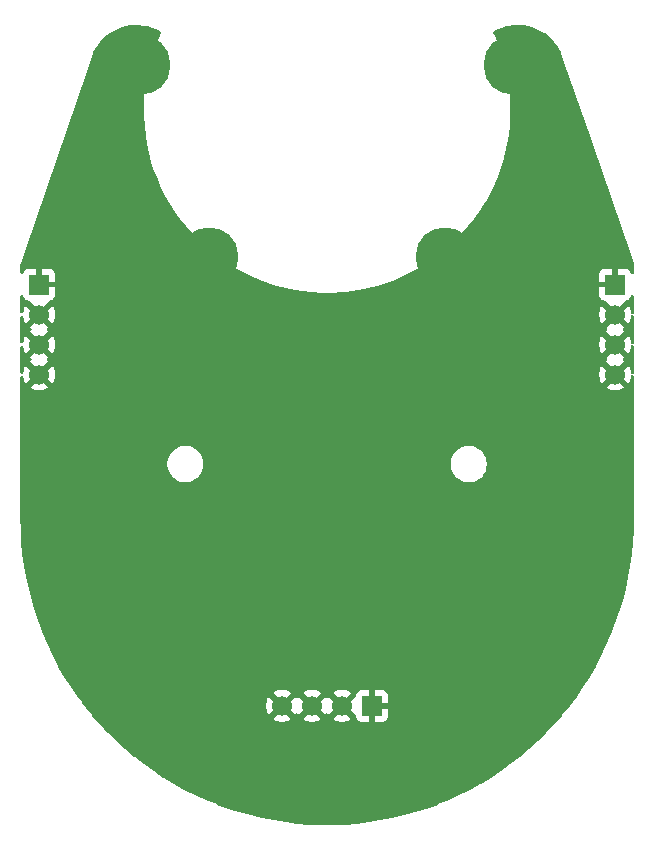
<source format=gbr>
G04 #@! TF.GenerationSoftware,KiCad,Pcbnew,9.0.2*
G04 #@! TF.CreationDate,2025-09-01T17:39:08-04:00*
G04 #@! TF.ProjectId,Trackball,54726163-6b62-4616-9c6c-2e6b69636164,rev?*
G04 #@! TF.SameCoordinates,Original*
G04 #@! TF.FileFunction,Copper,L1,Top*
G04 #@! TF.FilePolarity,Positive*
%FSLAX46Y46*%
G04 Gerber Fmt 4.6, Leading zero omitted, Abs format (unit mm)*
G04 Created by KiCad (PCBNEW 9.0.2) date 2025-09-01 17:39:08*
%MOMM*%
%LPD*%
G01*
G04 APERTURE LIST*
G04 #@! TA.AperFunction,ComponentPad*
%ADD10C,5.000000*%
G04 #@! TD*
G04 #@! TA.AperFunction,ComponentPad*
%ADD11R,1.700000X1.700000*%
G04 #@! TD*
G04 #@! TA.AperFunction,ComponentPad*
%ADD12C,1.700000*%
G04 #@! TD*
G04 #@! TA.AperFunction,ViaPad*
%ADD13C,0.800000*%
G04 #@! TD*
G04 APERTURE END LIST*
D10*
X69496440Y-32001386D03*
X43746440Y-48251386D03*
X37996440Y-32001386D03*
X63746440Y-48251386D03*
D11*
X57556440Y-86227386D03*
D12*
X55016440Y-86227386D03*
X52476440Y-86227386D03*
X49936440Y-86227386D03*
D11*
X29362440Y-50559386D03*
D12*
X29362440Y-53099386D03*
X29362440Y-55639386D03*
X29362440Y-58179386D03*
D11*
X78130440Y-50559386D03*
D12*
X78130440Y-53099386D03*
X78130440Y-55639386D03*
X78130440Y-58179386D03*
D13*
X63746440Y-80751386D03*
X33746440Y-50751386D03*
X73746440Y-80751386D03*
X33746440Y-40751386D03*
X33746440Y-80751386D03*
X63746440Y-90751386D03*
X48746440Y-60751386D03*
X73746440Y-60751386D03*
X73746440Y-70751386D03*
X73746440Y-50751386D03*
X58746440Y-60751386D03*
X73746440Y-40751386D03*
X43746440Y-80751386D03*
X43746440Y-90751386D03*
X33746440Y-70751386D03*
X33746440Y-60751386D03*
G04 #@! TA.AperFunction,Conductor*
G36*
X70035007Y-28580684D02*
G01*
X70392121Y-28607544D01*
X70403557Y-28608942D01*
X70756603Y-28668857D01*
X70767868Y-28671313D01*
X70828349Y-28687476D01*
X71113847Y-28763776D01*
X71124807Y-28767259D01*
X71460691Y-28891461D01*
X71471290Y-28895950D01*
X71794201Y-29050828D01*
X71804326Y-29056277D01*
X72111431Y-29240473D01*
X72121021Y-29246849D01*
X72199923Y-29304777D01*
X72409690Y-29458783D01*
X72418649Y-29466024D01*
X72686373Y-29703852D01*
X72694621Y-29711895D01*
X72939097Y-29973572D01*
X72946569Y-29982356D01*
X73125940Y-30214243D01*
X73165659Y-30265590D01*
X73172284Y-30275030D01*
X73364128Y-30577417D01*
X73369846Y-30587432D01*
X73532756Y-30906311D01*
X73537520Y-30916814D01*
X73671307Y-31252475D01*
X73673317Y-31257880D01*
X75826375Y-37487394D01*
X79039131Y-46782972D01*
X79714137Y-48735988D01*
X79720939Y-48776494D01*
X79720939Y-49585144D01*
X79701254Y-49652183D01*
X79648450Y-49697938D01*
X79579292Y-49707882D01*
X79515736Y-49678857D01*
X79477962Y-49620079D01*
X79475866Y-49609543D01*
X79475820Y-49609554D01*
X79474036Y-49602006D01*
X79423794Y-49467299D01*
X79423790Y-49467292D01*
X79337630Y-49352198D01*
X79337627Y-49352195D01*
X79222533Y-49266035D01*
X79222526Y-49266031D01*
X79087819Y-49215789D01*
X79087812Y-49215787D01*
X79028284Y-49209386D01*
X78380440Y-49209386D01*
X78380440Y-50126374D01*
X78323433Y-50093461D01*
X78196266Y-50059386D01*
X78064614Y-50059386D01*
X77937447Y-50093461D01*
X77880440Y-50126374D01*
X77880440Y-49209386D01*
X77232595Y-49209386D01*
X77173067Y-49215787D01*
X77173060Y-49215789D01*
X77038353Y-49266031D01*
X77038346Y-49266035D01*
X76923252Y-49352195D01*
X76923249Y-49352198D01*
X76837089Y-49467292D01*
X76837085Y-49467299D01*
X76786843Y-49602006D01*
X76786841Y-49602013D01*
X76780440Y-49661541D01*
X76780440Y-50309386D01*
X77697428Y-50309386D01*
X77664515Y-50366393D01*
X77630440Y-50493560D01*
X77630440Y-50625212D01*
X77664515Y-50752379D01*
X77697428Y-50809386D01*
X76780440Y-50809386D01*
X76780440Y-51457230D01*
X76786841Y-51516758D01*
X76786843Y-51516765D01*
X76837085Y-51651472D01*
X76837089Y-51651479D01*
X76923249Y-51766573D01*
X76923252Y-51766576D01*
X77038346Y-51852736D01*
X77038353Y-51852740D01*
X77173060Y-51902982D01*
X77173059Y-51902982D01*
X77255884Y-51911887D01*
X77255556Y-51914936D01*
X77272454Y-51914028D01*
X77331636Y-51947028D01*
X78001031Y-52616423D01*
X77937447Y-52633461D01*
X77823433Y-52699287D01*
X77730341Y-52792379D01*
X77664515Y-52906393D01*
X77647477Y-52969977D01*
X77015168Y-52337668D01*
X77015167Y-52337668D01*
X76975820Y-52391825D01*
X76879344Y-52581168D01*
X76813682Y-52783255D01*
X76813682Y-52783258D01*
X76780440Y-52993139D01*
X76780440Y-53205632D01*
X76813682Y-53415513D01*
X76813682Y-53415516D01*
X76879344Y-53617603D01*
X76975815Y-53806936D01*
X77015168Y-53861102D01*
X77647477Y-53228794D01*
X77664515Y-53292379D01*
X77730341Y-53406393D01*
X77823433Y-53499485D01*
X77937447Y-53565311D01*
X78001030Y-53582348D01*
X77368722Y-54214655D01*
X77368722Y-54214656D01*
X77422892Y-54254012D01*
X77432488Y-54258902D01*
X77483284Y-54306877D01*
X77500078Y-54374698D01*
X77477540Y-54440833D01*
X77432491Y-54479869D01*
X77422880Y-54484766D01*
X77368722Y-54524113D01*
X77368722Y-54524114D01*
X78001031Y-55156423D01*
X77937447Y-55173461D01*
X77823433Y-55239287D01*
X77730341Y-55332379D01*
X77664515Y-55446393D01*
X77647477Y-55509977D01*
X77015168Y-54877668D01*
X77015167Y-54877668D01*
X76975820Y-54931825D01*
X76879344Y-55121168D01*
X76813682Y-55323255D01*
X76813682Y-55323258D01*
X76780440Y-55533139D01*
X76780440Y-55745632D01*
X76813682Y-55955513D01*
X76813682Y-55955516D01*
X76879344Y-56157603D01*
X76975815Y-56346936D01*
X77015168Y-56401102D01*
X77647477Y-55768794D01*
X77664515Y-55832379D01*
X77730341Y-55946393D01*
X77823433Y-56039485D01*
X77937447Y-56105311D01*
X78001030Y-56122348D01*
X77368722Y-56754655D01*
X77368722Y-56754656D01*
X77422892Y-56794012D01*
X77432488Y-56798902D01*
X77483284Y-56846877D01*
X77500078Y-56914698D01*
X77477540Y-56980833D01*
X77432491Y-57019869D01*
X77422880Y-57024766D01*
X77368722Y-57064113D01*
X77368722Y-57064114D01*
X78001031Y-57696423D01*
X77937447Y-57713461D01*
X77823433Y-57779287D01*
X77730341Y-57872379D01*
X77664515Y-57986393D01*
X77647477Y-58049977D01*
X77015168Y-57417668D01*
X77015167Y-57417668D01*
X76975820Y-57471825D01*
X76879344Y-57661168D01*
X76813682Y-57863255D01*
X76813682Y-57863258D01*
X76780440Y-58073139D01*
X76780440Y-58285632D01*
X76813682Y-58495513D01*
X76813682Y-58495516D01*
X76879344Y-58697603D01*
X76975815Y-58886936D01*
X77015168Y-58941102D01*
X77647477Y-58308794D01*
X77664515Y-58372379D01*
X77730341Y-58486393D01*
X77823433Y-58579485D01*
X77937447Y-58645311D01*
X78001030Y-58662348D01*
X77368722Y-59294655D01*
X77368722Y-59294656D01*
X77422889Y-59334010D01*
X77612222Y-59430481D01*
X77814310Y-59496143D01*
X78024194Y-59529386D01*
X78236686Y-59529386D01*
X78446567Y-59496143D01*
X78446570Y-59496143D01*
X78648657Y-59430481D01*
X78837994Y-59334008D01*
X78892156Y-59294656D01*
X78892157Y-59294656D01*
X78259848Y-58662348D01*
X78323433Y-58645311D01*
X78437447Y-58579485D01*
X78530539Y-58486393D01*
X78596365Y-58372379D01*
X78613402Y-58308794D01*
X79245710Y-58941103D01*
X79245710Y-58941102D01*
X79285062Y-58886940D01*
X79381535Y-58697603D01*
X79447197Y-58495516D01*
X79447197Y-58495513D01*
X79474466Y-58323347D01*
X79504395Y-58260213D01*
X79563706Y-58223281D01*
X79633569Y-58224279D01*
X79691802Y-58262889D01*
X79719916Y-58326852D01*
X79720939Y-58342745D01*
X79720940Y-70343101D01*
X79720940Y-70350166D01*
X79720917Y-70352571D01*
X79701452Y-71356166D01*
X79701265Y-71360971D01*
X79642973Y-72361794D01*
X79642601Y-72366589D01*
X79545540Y-73364467D01*
X79544981Y-73369243D01*
X79409307Y-74362550D01*
X79408564Y-74367301D01*
X79234472Y-75354627D01*
X79233545Y-75359346D01*
X79021304Y-76339162D01*
X79020195Y-76343842D01*
X78770121Y-77314690D01*
X78768832Y-77319323D01*
X78481287Y-78279791D01*
X78479818Y-78284370D01*
X78155270Y-79232894D01*
X78153626Y-79237413D01*
X77792521Y-80172697D01*
X77790702Y-80177149D01*
X77393614Y-81097703D01*
X77391624Y-81102081D01*
X76959128Y-82006570D01*
X76956969Y-82010867D01*
X76489753Y-82897855D01*
X76487430Y-82902066D01*
X75986145Y-83770318D01*
X75983660Y-83774435D01*
X75449108Y-84622560D01*
X75446466Y-84626578D01*
X74879406Y-85453371D01*
X74876609Y-85457284D01*
X74277930Y-86261449D01*
X74274984Y-86265250D01*
X73645573Y-87045597D01*
X73642482Y-87049281D01*
X72983274Y-87804650D01*
X72980042Y-87808211D01*
X72292058Y-88537431D01*
X72288691Y-88540864D01*
X71572937Y-89242871D01*
X71569439Y-89246171D01*
X70827027Y-89919874D01*
X70823404Y-89923037D01*
X70055387Y-90567479D01*
X70051644Y-90570498D01*
X69259217Y-91184676D01*
X69255359Y-91187547D01*
X68439768Y-91770497D01*
X68435802Y-91773218D01*
X67598168Y-92324138D01*
X67594100Y-92326702D01*
X66735736Y-92844728D01*
X66731571Y-92847132D01*
X65853786Y-93331472D01*
X65849531Y-93333713D01*
X64953640Y-93783647D01*
X64949302Y-93785722D01*
X64036606Y-94200593D01*
X64032190Y-94202498D01*
X63104093Y-94581667D01*
X63099607Y-94583399D01*
X62157539Y-94926284D01*
X62152988Y-94927841D01*
X61198287Y-95233954D01*
X61193680Y-95235333D01*
X60227876Y-95504183D01*
X60223219Y-95505383D01*
X59247680Y-95736589D01*
X59242980Y-95737607D01*
X58259222Y-95930811D01*
X58254486Y-95931646D01*
X57263983Y-96086558D01*
X57259219Y-96087209D01*
X56263430Y-96203600D01*
X56258643Y-96204065D01*
X55259130Y-96281753D01*
X55254329Y-96282033D01*
X54252517Y-96320909D01*
X54247709Y-96321002D01*
X53245171Y-96321002D01*
X53240363Y-96320909D01*
X52238550Y-96282033D01*
X52233749Y-96281753D01*
X51234236Y-96204065D01*
X51229449Y-96203600D01*
X50233660Y-96087209D01*
X50228896Y-96086558D01*
X49238393Y-95931646D01*
X49233657Y-95930811D01*
X48249899Y-95737607D01*
X48245199Y-95736589D01*
X47269660Y-95505383D01*
X47265003Y-95504183D01*
X46299199Y-95235333D01*
X46294592Y-95233954D01*
X45339891Y-94927841D01*
X45335353Y-94926288D01*
X44972207Y-94794114D01*
X44393272Y-94583399D01*
X44388786Y-94581667D01*
X43460689Y-94202498D01*
X43456273Y-94200593D01*
X42543577Y-93785722D01*
X42539239Y-93783647D01*
X41643348Y-93333713D01*
X41639093Y-93331472D01*
X41249210Y-93116344D01*
X40761294Y-92847124D01*
X40757157Y-92844736D01*
X39898779Y-92326702D01*
X39894711Y-92324138D01*
X39057077Y-91773218D01*
X39053111Y-91770497D01*
X38237520Y-91187547D01*
X38233662Y-91184676D01*
X37441235Y-90570498D01*
X37437492Y-90567479D01*
X36669475Y-89923037D01*
X36665852Y-89919874D01*
X35923440Y-89246171D01*
X35919942Y-89242871D01*
X35204188Y-88540864D01*
X35200821Y-88537431D01*
X34896176Y-88214526D01*
X34512820Y-87808193D01*
X34509621Y-87804668D01*
X33850397Y-87049281D01*
X33847306Y-87045597D01*
X33343019Y-86420379D01*
X33217892Y-86265246D01*
X33214949Y-86261448D01*
X33161994Y-86190317D01*
X33161992Y-86190315D01*
X33110492Y-86121139D01*
X48586440Y-86121139D01*
X48586440Y-86333632D01*
X48619682Y-86543513D01*
X48619682Y-86543516D01*
X48685344Y-86745603D01*
X48781815Y-86934936D01*
X48821168Y-86989102D01*
X49453477Y-86356794D01*
X49470515Y-86420379D01*
X49536341Y-86534393D01*
X49629433Y-86627485D01*
X49743447Y-86693311D01*
X49807030Y-86710348D01*
X49174722Y-87342655D01*
X49174722Y-87342656D01*
X49228889Y-87382010D01*
X49418222Y-87478481D01*
X49620310Y-87544143D01*
X49830194Y-87577386D01*
X50042686Y-87577386D01*
X50252567Y-87544143D01*
X50252570Y-87544143D01*
X50454657Y-87478481D01*
X50643994Y-87382008D01*
X50698156Y-87342656D01*
X50698157Y-87342656D01*
X50065848Y-86710348D01*
X50129433Y-86693311D01*
X50243447Y-86627485D01*
X50336539Y-86534393D01*
X50402365Y-86420379D01*
X50419402Y-86356794D01*
X51051710Y-86989103D01*
X51051710Y-86989102D01*
X51091062Y-86934940D01*
X51095954Y-86925340D01*
X51143928Y-86874543D01*
X51211748Y-86857747D01*
X51277884Y-86880283D01*
X51316926Y-86925340D01*
X51321815Y-86934936D01*
X51361168Y-86989102D01*
X51993477Y-86356794D01*
X52010515Y-86420379D01*
X52076341Y-86534393D01*
X52169433Y-86627485D01*
X52283447Y-86693311D01*
X52347030Y-86710348D01*
X51714722Y-87342655D01*
X51714722Y-87342656D01*
X51768889Y-87382010D01*
X51958222Y-87478481D01*
X52160310Y-87544143D01*
X52370194Y-87577386D01*
X52582686Y-87577386D01*
X52792567Y-87544143D01*
X52792570Y-87544143D01*
X52994657Y-87478481D01*
X53183994Y-87382008D01*
X53238156Y-87342656D01*
X53238157Y-87342656D01*
X52605848Y-86710348D01*
X52669433Y-86693311D01*
X52783447Y-86627485D01*
X52876539Y-86534393D01*
X52942365Y-86420379D01*
X52959402Y-86356795D01*
X53591710Y-86989103D01*
X53591710Y-86989102D01*
X53631062Y-86934940D01*
X53635954Y-86925340D01*
X53683928Y-86874543D01*
X53751748Y-86857747D01*
X53817884Y-86880283D01*
X53856926Y-86925340D01*
X53861815Y-86934936D01*
X53901168Y-86989102D01*
X54533477Y-86356794D01*
X54550515Y-86420379D01*
X54616341Y-86534393D01*
X54709433Y-86627485D01*
X54823447Y-86693311D01*
X54887030Y-86710348D01*
X54254722Y-87342655D01*
X54254722Y-87342656D01*
X54308889Y-87382010D01*
X54498222Y-87478481D01*
X54700310Y-87544143D01*
X54910194Y-87577386D01*
X55122686Y-87577386D01*
X55332567Y-87544143D01*
X55332570Y-87544143D01*
X55534657Y-87478481D01*
X55723994Y-87382008D01*
X55778156Y-87342656D01*
X55778157Y-87342656D01*
X55145848Y-86710348D01*
X55209433Y-86693311D01*
X55323447Y-86627485D01*
X55416539Y-86534393D01*
X55482365Y-86420379D01*
X55499402Y-86356794D01*
X56168796Y-87026189D01*
X56202281Y-87087512D01*
X56201366Y-87102217D01*
X56203937Y-87101941D01*
X56212841Y-87184759D01*
X56212843Y-87184766D01*
X56263085Y-87319472D01*
X56263089Y-87319479D01*
X56349249Y-87434573D01*
X56349252Y-87434576D01*
X56464346Y-87520736D01*
X56464353Y-87520740D01*
X56599060Y-87570982D01*
X56599067Y-87570984D01*
X56658595Y-87577385D01*
X56658612Y-87577386D01*
X57306440Y-87577386D01*
X57306440Y-86660398D01*
X57363447Y-86693311D01*
X57490614Y-86727386D01*
X57622266Y-86727386D01*
X57749433Y-86693311D01*
X57806440Y-86660398D01*
X57806440Y-87577386D01*
X58454268Y-87577386D01*
X58454284Y-87577385D01*
X58513812Y-87570984D01*
X58513819Y-87570982D01*
X58648526Y-87520740D01*
X58648533Y-87520736D01*
X58763627Y-87434576D01*
X58763630Y-87434573D01*
X58849790Y-87319479D01*
X58849794Y-87319472D01*
X58900036Y-87184765D01*
X58900038Y-87184758D01*
X58906439Y-87125230D01*
X58906440Y-87125213D01*
X58906440Y-86477386D01*
X57989452Y-86477386D01*
X58022365Y-86420379D01*
X58056440Y-86293212D01*
X58056440Y-86161560D01*
X58022365Y-86034393D01*
X57989452Y-85977386D01*
X58906440Y-85977386D01*
X58906440Y-85329558D01*
X58906439Y-85329541D01*
X58900038Y-85270013D01*
X58900036Y-85270006D01*
X58849794Y-85135299D01*
X58849790Y-85135292D01*
X58763630Y-85020198D01*
X58763627Y-85020195D01*
X58648533Y-84934035D01*
X58648526Y-84934031D01*
X58513819Y-84883789D01*
X58513812Y-84883787D01*
X58454284Y-84877386D01*
X57806440Y-84877386D01*
X57806440Y-85794374D01*
X57749433Y-85761461D01*
X57622266Y-85727386D01*
X57490614Y-85727386D01*
X57363447Y-85761461D01*
X57306440Y-85794374D01*
X57306440Y-84877386D01*
X56658595Y-84877386D01*
X56599067Y-84883787D01*
X56599060Y-84883789D01*
X56464353Y-84934031D01*
X56464346Y-84934035D01*
X56349252Y-85020195D01*
X56349249Y-85020198D01*
X56263089Y-85135292D01*
X56263085Y-85135299D01*
X56212843Y-85270005D01*
X56212841Y-85270012D01*
X56203937Y-85352830D01*
X56200874Y-85352500D01*
X56201776Y-85369480D01*
X56168796Y-85428581D01*
X55499402Y-86097976D01*
X55482365Y-86034393D01*
X55416539Y-85920379D01*
X55323447Y-85827287D01*
X55209433Y-85761461D01*
X55145849Y-85744423D01*
X55778156Y-85112114D01*
X55723990Y-85072761D01*
X55534657Y-84976290D01*
X55332569Y-84910628D01*
X55122686Y-84877386D01*
X54910194Y-84877386D01*
X54700312Y-84910628D01*
X54700309Y-84910628D01*
X54498222Y-84976290D01*
X54308879Y-85072766D01*
X54254722Y-85112113D01*
X54254722Y-85112114D01*
X54887031Y-85744423D01*
X54823447Y-85761461D01*
X54709433Y-85827287D01*
X54616341Y-85920379D01*
X54550515Y-86034393D01*
X54533477Y-86097977D01*
X53901168Y-85465668D01*
X53901167Y-85465668D01*
X53861820Y-85519826D01*
X53856923Y-85529437D01*
X53808946Y-85580231D01*
X53741124Y-85597024D01*
X53674990Y-85574484D01*
X53635956Y-85529434D01*
X53631066Y-85519838D01*
X53591710Y-85465668D01*
X53591709Y-85465668D01*
X52959402Y-86097976D01*
X52942365Y-86034393D01*
X52876539Y-85920379D01*
X52783447Y-85827287D01*
X52669433Y-85761461D01*
X52605849Y-85744423D01*
X53238156Y-85112114D01*
X53183990Y-85072761D01*
X52994657Y-84976290D01*
X52792569Y-84910628D01*
X52582686Y-84877386D01*
X52370194Y-84877386D01*
X52160312Y-84910628D01*
X52160309Y-84910628D01*
X51958222Y-84976290D01*
X51768879Y-85072766D01*
X51714722Y-85112113D01*
X51714722Y-85112114D01*
X52347031Y-85744423D01*
X52283447Y-85761461D01*
X52169433Y-85827287D01*
X52076341Y-85920379D01*
X52010515Y-86034393D01*
X51993477Y-86097977D01*
X51361168Y-85465668D01*
X51361167Y-85465668D01*
X51321820Y-85519826D01*
X51316923Y-85529437D01*
X51268946Y-85580231D01*
X51201124Y-85597024D01*
X51134990Y-85574484D01*
X51095956Y-85529434D01*
X51091066Y-85519838D01*
X51051710Y-85465668D01*
X51051709Y-85465668D01*
X50419402Y-86097976D01*
X50402365Y-86034393D01*
X50336539Y-85920379D01*
X50243447Y-85827287D01*
X50129433Y-85761461D01*
X50065849Y-85744423D01*
X50698156Y-85112114D01*
X50643990Y-85072761D01*
X50454657Y-84976290D01*
X50252569Y-84910628D01*
X50042686Y-84877386D01*
X49830194Y-84877386D01*
X49620312Y-84910628D01*
X49620309Y-84910628D01*
X49418222Y-84976290D01*
X49228879Y-85072766D01*
X49174722Y-85112113D01*
X49174722Y-85112114D01*
X49807031Y-85744423D01*
X49743447Y-85761461D01*
X49629433Y-85827287D01*
X49536341Y-85920379D01*
X49470515Y-86034393D01*
X49453477Y-86097977D01*
X48821168Y-85465668D01*
X48821167Y-85465668D01*
X48781820Y-85519825D01*
X48685344Y-85709168D01*
X48619682Y-85911255D01*
X48619682Y-85911258D01*
X48586440Y-86121139D01*
X33110492Y-86121139D01*
X32954239Y-85911255D01*
X32616262Y-85457273D01*
X32613473Y-85453371D01*
X32555936Y-85369480D01*
X32046393Y-84626549D01*
X32043790Y-84622590D01*
X31509210Y-83774420D01*
X31506734Y-83770318D01*
X31005449Y-82902066D01*
X31003126Y-82897855D01*
X30535910Y-82010867D01*
X30533751Y-82006570D01*
X30101255Y-81102081D01*
X30099265Y-81097703D01*
X29702177Y-80177149D01*
X29700358Y-80172697D01*
X29339253Y-79237413D01*
X29337609Y-79232894D01*
X29013047Y-78284327D01*
X29011605Y-78279833D01*
X28724038Y-77319290D01*
X28722767Y-77314724D01*
X28472676Y-76343811D01*
X28471582Y-76339194D01*
X28259332Y-75359339D01*
X28258407Y-75354627D01*
X28084315Y-74367301D01*
X28083572Y-74362550D01*
X28016857Y-73874113D01*
X27947897Y-73369238D01*
X27947339Y-73364467D01*
X27850278Y-72366589D01*
X27849906Y-72361794D01*
X27820966Y-71864919D01*
X27791612Y-71360939D01*
X27791428Y-71356198D01*
X27771962Y-70352546D01*
X27771940Y-70350189D01*
X27773923Y-66108608D01*
X27774147Y-65631327D01*
X40220940Y-65631327D01*
X40220940Y-65871444D01*
X40258503Y-66108608D01*
X40332705Y-66336979D01*
X40441716Y-66550922D01*
X40582854Y-66745182D01*
X40752644Y-66914972D01*
X40946904Y-67056110D01*
X41047983Y-67107612D01*
X41160846Y-67165120D01*
X41160848Y-67165120D01*
X41160851Y-67165122D01*
X41389218Y-67239323D01*
X41626381Y-67276886D01*
X41626382Y-67276886D01*
X41866498Y-67276886D01*
X41866499Y-67276886D01*
X42103662Y-67239323D01*
X42332029Y-67165122D01*
X42545976Y-67056110D01*
X42740236Y-66914972D01*
X42910026Y-66745182D01*
X43051164Y-66550922D01*
X43160176Y-66336975D01*
X43234377Y-66108608D01*
X43271940Y-65871445D01*
X43271940Y-65631327D01*
X64220940Y-65631327D01*
X64220940Y-65871444D01*
X64258503Y-66108608D01*
X64332705Y-66336979D01*
X64441716Y-66550922D01*
X64582854Y-66745182D01*
X64752644Y-66914972D01*
X64946904Y-67056110D01*
X65047983Y-67107612D01*
X65160846Y-67165120D01*
X65160848Y-67165120D01*
X65160851Y-67165122D01*
X65389218Y-67239323D01*
X65626381Y-67276886D01*
X65626382Y-67276886D01*
X65866498Y-67276886D01*
X65866499Y-67276886D01*
X66103662Y-67239323D01*
X66332029Y-67165122D01*
X66545976Y-67056110D01*
X66740236Y-66914972D01*
X66910026Y-66745182D01*
X67051164Y-66550922D01*
X67160176Y-66336975D01*
X67234377Y-66108608D01*
X67271940Y-65871445D01*
X67271940Y-65631327D01*
X67234377Y-65394164D01*
X67160176Y-65165797D01*
X67160174Y-65165794D01*
X67160174Y-65165792D01*
X67051163Y-64951849D01*
X66910026Y-64757590D01*
X66740236Y-64587800D01*
X66545976Y-64446662D01*
X66332033Y-64337651D01*
X66103662Y-64263449D01*
X65866499Y-64225886D01*
X65626381Y-64225886D01*
X65507799Y-64244667D01*
X65389217Y-64263449D01*
X65160846Y-64337651D01*
X64946903Y-64446662D01*
X64752641Y-64587802D01*
X64582856Y-64757587D01*
X64441716Y-64951849D01*
X64332705Y-65165792D01*
X64258503Y-65394163D01*
X64220940Y-65631327D01*
X43271940Y-65631327D01*
X43234377Y-65394164D01*
X43160176Y-65165797D01*
X43160174Y-65165794D01*
X43160174Y-65165792D01*
X43051163Y-64951849D01*
X42910026Y-64757590D01*
X42740236Y-64587800D01*
X42545976Y-64446662D01*
X42332033Y-64337651D01*
X42103662Y-64263449D01*
X41866499Y-64225886D01*
X41626381Y-64225886D01*
X41507799Y-64244667D01*
X41389217Y-64263449D01*
X41160846Y-64337651D01*
X40946903Y-64446662D01*
X40752641Y-64587802D01*
X40582856Y-64757587D01*
X40441716Y-64951849D01*
X40332705Y-65165792D01*
X40258503Y-65394163D01*
X40220940Y-65631327D01*
X27774147Y-65631327D01*
X27774149Y-65626397D01*
X27777131Y-59247339D01*
X27777482Y-58495513D01*
X27777537Y-58378022D01*
X27797253Y-58310993D01*
X27850078Y-58265263D01*
X27919241Y-58255351D01*
X27982783Y-58284406D01*
X28020530Y-58343202D01*
X28024010Y-58358683D01*
X28045682Y-58495513D01*
X28045682Y-58495516D01*
X28111344Y-58697603D01*
X28207815Y-58886936D01*
X28247168Y-58941102D01*
X28879477Y-58308794D01*
X28896515Y-58372379D01*
X28962341Y-58486393D01*
X29055433Y-58579485D01*
X29169447Y-58645311D01*
X29233030Y-58662348D01*
X28600722Y-59294655D01*
X28600722Y-59294656D01*
X28654889Y-59334010D01*
X28844222Y-59430481D01*
X29046310Y-59496143D01*
X29256194Y-59529386D01*
X29468686Y-59529386D01*
X29678567Y-59496143D01*
X29678570Y-59496143D01*
X29880657Y-59430481D01*
X30069994Y-59334008D01*
X30124156Y-59294656D01*
X30124157Y-59294656D01*
X29491848Y-58662348D01*
X29555433Y-58645311D01*
X29669447Y-58579485D01*
X29762539Y-58486393D01*
X29828365Y-58372379D01*
X29845402Y-58308794D01*
X30477710Y-58941103D01*
X30477710Y-58941102D01*
X30517062Y-58886940D01*
X30613535Y-58697603D01*
X30679197Y-58495516D01*
X30679197Y-58495513D01*
X30712440Y-58285632D01*
X30712440Y-58073139D01*
X30679197Y-57863258D01*
X30679197Y-57863255D01*
X30613535Y-57661168D01*
X30517064Y-57471835D01*
X30477710Y-57417668D01*
X30477709Y-57417668D01*
X29845402Y-58049976D01*
X29828365Y-57986393D01*
X29762539Y-57872379D01*
X29669447Y-57779287D01*
X29555433Y-57713461D01*
X29491849Y-57696423D01*
X30124156Y-57064114D01*
X30069990Y-57024761D01*
X30060394Y-57019872D01*
X30009597Y-56971898D01*
X29992801Y-56904078D01*
X30013728Y-56840281D01*
X30092467Y-56722967D01*
X29491848Y-56122348D01*
X29555433Y-56105311D01*
X29669447Y-56039485D01*
X29762539Y-55946393D01*
X29828365Y-55832379D01*
X29845402Y-55768794D01*
X30477710Y-56401103D01*
X30477710Y-56401102D01*
X30517062Y-56346940D01*
X30613535Y-56157603D01*
X30679197Y-55955516D01*
X30679197Y-55955513D01*
X30712440Y-55745632D01*
X30712440Y-55533139D01*
X30679197Y-55323258D01*
X30679197Y-55323255D01*
X30613535Y-55121168D01*
X30517064Y-54931835D01*
X30477710Y-54877668D01*
X30477709Y-54877668D01*
X29845402Y-55509976D01*
X29828365Y-55446393D01*
X29762539Y-55332379D01*
X29669447Y-55239287D01*
X29555433Y-55173461D01*
X29491849Y-55156423D01*
X30124156Y-54524114D01*
X30069990Y-54484761D01*
X30060394Y-54479872D01*
X30009597Y-54431898D01*
X29992801Y-54364078D01*
X30013728Y-54300281D01*
X30092467Y-54182967D01*
X29491848Y-53582348D01*
X29555433Y-53565311D01*
X29669447Y-53499485D01*
X29762539Y-53406393D01*
X29828365Y-53292379D01*
X29845402Y-53228794D01*
X30477710Y-53861103D01*
X30477710Y-53861102D01*
X30517062Y-53806940D01*
X30613535Y-53617603D01*
X30679197Y-53415516D01*
X30679197Y-53415513D01*
X30712440Y-53205632D01*
X30712440Y-52993139D01*
X30679197Y-52783258D01*
X30679197Y-52783255D01*
X30613535Y-52581168D01*
X30517064Y-52391835D01*
X30477710Y-52337668D01*
X30477709Y-52337668D01*
X29845402Y-52969976D01*
X29828365Y-52906393D01*
X29762539Y-52792379D01*
X29669447Y-52699287D01*
X29555433Y-52633461D01*
X29491849Y-52616423D01*
X30161242Y-51947028D01*
X30222565Y-51913543D01*
X30237273Y-51914464D01*
X30236996Y-51911887D01*
X30319815Y-51902984D01*
X30454526Y-51852740D01*
X30454533Y-51852736D01*
X30569627Y-51766576D01*
X30569630Y-51766573D01*
X30655790Y-51651479D01*
X30655794Y-51651472D01*
X30706036Y-51516765D01*
X30706038Y-51516758D01*
X30712439Y-51457230D01*
X30712440Y-51457213D01*
X30712440Y-50809386D01*
X29795452Y-50809386D01*
X29828365Y-50752379D01*
X29862440Y-50625212D01*
X29862440Y-50493560D01*
X29828365Y-50366393D01*
X29795452Y-50309386D01*
X30712440Y-50309386D01*
X30712440Y-49661558D01*
X30712439Y-49661541D01*
X30706038Y-49602013D01*
X30706036Y-49602006D01*
X30655794Y-49467299D01*
X30655790Y-49467292D01*
X30569630Y-49352198D01*
X30569627Y-49352195D01*
X30454533Y-49266035D01*
X30454526Y-49266031D01*
X30319819Y-49215789D01*
X30319812Y-49215787D01*
X30260284Y-49209386D01*
X29612440Y-49209386D01*
X29612440Y-50126374D01*
X29555433Y-50093461D01*
X29428266Y-50059386D01*
X29296614Y-50059386D01*
X29169447Y-50093461D01*
X29112440Y-50126374D01*
X29112440Y-49209386D01*
X28464595Y-49209386D01*
X28405067Y-49215787D01*
X28405060Y-49215789D01*
X28270353Y-49266031D01*
X28270346Y-49266035D01*
X28155252Y-49352195D01*
X28155249Y-49352198D01*
X28069089Y-49467292D01*
X28069086Y-49467298D01*
X28021845Y-49593956D01*
X27979973Y-49649889D01*
X27914509Y-49674306D01*
X27846236Y-49659454D01*
X27796831Y-49610048D01*
X27781663Y-49550567D01*
X27782024Y-48779458D01*
X27788808Y-48739066D01*
X27789124Y-48738151D01*
X33819176Y-31265245D01*
X33820941Y-31260131D01*
X33820943Y-31260127D01*
X33822942Y-31254744D01*
X33956497Y-30919229D01*
X33961234Y-30908773D01*
X34124085Y-30589678D01*
X34129777Y-30579701D01*
X34321573Y-30277127D01*
X34328178Y-30267707D01*
X34547245Y-29984287D01*
X34554696Y-29975522D01*
X34799166Y-29713672D01*
X34807403Y-29705635D01*
X35075136Y-29467648D01*
X35084077Y-29460416D01*
X35372783Y-29248326D01*
X35382354Y-29241959D01*
X35689518Y-29057617D01*
X35699639Y-29052167D01*
X36022603Y-28897168D01*
X36033187Y-28892681D01*
X36369150Y-28768369D01*
X36380111Y-28764883D01*
X36726185Y-28672326D01*
X36737412Y-28669876D01*
X37090589Y-28609879D01*
X37102015Y-28608482D01*
X37459198Y-28581567D01*
X37470725Y-28581237D01*
X37828882Y-28587632D01*
X37840358Y-28588371D01*
X38196387Y-28628023D01*
X38207747Y-28629827D01*
X38558528Y-28702388D01*
X38569697Y-28705246D01*
X38764513Y-28764879D01*
X38912217Y-28810091D01*
X38923079Y-28813977D01*
X39257134Y-28951333D01*
X39262386Y-28953637D01*
X39267190Y-28955878D01*
X39267204Y-28955890D01*
X39267207Y-28955886D01*
X39599645Y-29111024D01*
X39599652Y-29111027D01*
X39652078Y-29157215D01*
X39671210Y-29224414D01*
X39659376Y-29276268D01*
X39557135Y-29493149D01*
X39260520Y-30214236D01*
X39260514Y-30214253D01*
X39000524Y-30949319D01*
X38777796Y-31696562D01*
X38592910Y-32454050D01*
X38446335Y-33219849D01*
X38338435Y-33992049D01*
X38338433Y-33992066D01*
X38269481Y-34768719D01*
X38269479Y-34768755D01*
X38239651Y-35547870D01*
X38249023Y-36327532D01*
X38249023Y-36327539D01*
X38297568Y-37105729D01*
X38297568Y-37105730D01*
X38385166Y-37880507D01*
X38385167Y-37880517D01*
X38511598Y-38649918D01*
X38676538Y-39411983D01*
X38676539Y-39411986D01*
X38879573Y-40164795D01*
X39120184Y-40906434D01*
X39397785Y-41635091D01*
X39711636Y-42348820D01*
X39711644Y-42348839D01*
X40060975Y-43045900D01*
X40060989Y-43045925D01*
X40444898Y-43724520D01*
X40444937Y-43724584D01*
X40636381Y-44026487D01*
X40862479Y-44383039D01*
X41312608Y-45019703D01*
X41794167Y-45632937D01*
X42020934Y-45893593D01*
X42305950Y-46221203D01*
X42542251Y-46466723D01*
X42846634Y-46782982D01*
X43414880Y-47316884D01*
X43414890Y-47316893D01*
X44009234Y-47821544D01*
X44009241Y-47821549D01*
X44009243Y-47821551D01*
X44628221Y-48295706D01*
X44628239Y-48295718D01*
X44628249Y-48295726D01*
X45270249Y-48738151D01*
X45531691Y-48899565D01*
X45933702Y-49147766D01*
X46148735Y-49266031D01*
X46616882Y-49523506D01*
X46616893Y-49523512D01*
X46616902Y-49523516D01*
X46616905Y-49523518D01*
X47318131Y-49864455D01*
X48035607Y-50169717D01*
X48767519Y-50438531D01*
X49512017Y-50670218D01*
X50267219Y-50864192D01*
X50267239Y-50864196D01*
X50267243Y-50864197D01*
X51031210Y-51019962D01*
X51031212Y-51019962D01*
X51031216Y-51019963D01*
X51802077Y-51137137D01*
X51802084Y-51137137D01*
X51802104Y-51137140D01*
X52258534Y-51183196D01*
X52577848Y-51215417D01*
X52577851Y-51215418D01*
X53356569Y-51254608D01*
X53356582Y-51254608D01*
X54136311Y-51254608D01*
X54915028Y-51215418D01*
X55401511Y-51166328D01*
X55690775Y-51137140D01*
X55690787Y-51137138D01*
X55690803Y-51137137D01*
X56461664Y-51019963D01*
X57225661Y-50864192D01*
X57980863Y-50670218D01*
X58725361Y-50438531D01*
X59457273Y-50169717D01*
X60174749Y-49864455D01*
X60875975Y-49523518D01*
X61559178Y-49147766D01*
X62222632Y-48738150D01*
X62864659Y-48295706D01*
X63483637Y-47821551D01*
X64078000Y-47316884D01*
X64646246Y-46782982D01*
X65186940Y-46221192D01*
X65698713Y-45632937D01*
X66180272Y-45019703D01*
X66630401Y-44383039D01*
X67047960Y-43724556D01*
X67047972Y-43724534D01*
X67047981Y-43724520D01*
X67254134Y-43360126D01*
X67431895Y-43045918D01*
X67781235Y-42348840D01*
X68095097Y-41635084D01*
X68372688Y-40906456D01*
X68613306Y-40164796D01*
X68816342Y-39411980D01*
X68981283Y-38649910D01*
X69107713Y-37880513D01*
X69195311Y-37105734D01*
X69243857Y-36327531D01*
X69253228Y-35547872D01*
X69223399Y-34768728D01*
X69154447Y-33992067D01*
X69046545Y-33219854D01*
X68899967Y-32454040D01*
X68715083Y-31696561D01*
X68492360Y-30949333D01*
X68232362Y-30214243D01*
X67935745Y-29493150D01*
X67833500Y-29276264D01*
X67822720Y-29207233D01*
X67850972Y-29143330D01*
X67893224Y-29111025D01*
X68047902Y-29038842D01*
X68227532Y-28955016D01*
X68227537Y-28955013D01*
X68232472Y-28952710D01*
X68237690Y-28950422D01*
X68571586Y-28813129D01*
X68582402Y-28809259D01*
X68924847Y-28704424D01*
X68935979Y-28701574D01*
X69286683Y-28629007D01*
X69298053Y-28627201D01*
X69653961Y-28587531D01*
X69665455Y-28586789D01*
X70023511Y-28580356D01*
X70035007Y-28580684D01*
G37*
G04 #@! TD.AperFunction*
G04 #@! TA.AperFunction,Conductor*
G36*
X79633569Y-55684280D02*
G01*
X79691802Y-55722890D01*
X79719916Y-55786853D01*
X79720939Y-55802746D01*
X79720939Y-58016026D01*
X79701254Y-58083065D01*
X79648450Y-58128820D01*
X79579292Y-58138764D01*
X79515736Y-58109739D01*
X79477962Y-58050961D01*
X79474466Y-58035424D01*
X79447197Y-57863258D01*
X79447197Y-57863255D01*
X79381535Y-57661168D01*
X79285064Y-57471835D01*
X79245710Y-57417668D01*
X79245709Y-57417668D01*
X78613402Y-58049976D01*
X78596365Y-57986393D01*
X78530539Y-57872379D01*
X78437447Y-57779287D01*
X78323433Y-57713461D01*
X78259849Y-57696423D01*
X78892156Y-57064114D01*
X78837990Y-57024761D01*
X78828394Y-57019872D01*
X78777597Y-56971898D01*
X78760801Y-56904078D01*
X78783337Y-56837942D01*
X78828394Y-56798900D01*
X78837994Y-56794008D01*
X78892156Y-56754656D01*
X78892157Y-56754656D01*
X78259848Y-56122348D01*
X78323433Y-56105311D01*
X78437447Y-56039485D01*
X78530539Y-55946393D01*
X78596365Y-55832379D01*
X78613402Y-55768794D01*
X79245710Y-56401103D01*
X79245710Y-56401102D01*
X79285062Y-56346940D01*
X79381535Y-56157603D01*
X79447197Y-55955516D01*
X79447197Y-55955513D01*
X79474466Y-55783348D01*
X79504395Y-55720214D01*
X79563706Y-55683282D01*
X79633569Y-55684280D01*
G37*
G04 #@! TD.AperFunction*
G04 #@! TA.AperFunction,Conductor*
G36*
X27983968Y-55751880D02*
G01*
X28021714Y-55810676D01*
X28025194Y-55826157D01*
X28045682Y-55955513D01*
X28045682Y-55955516D01*
X28111344Y-56157603D01*
X28207815Y-56346936D01*
X28247168Y-56401102D01*
X28879477Y-55768794D01*
X28896515Y-55832379D01*
X28962341Y-55946393D01*
X29055433Y-56039485D01*
X29169447Y-56105311D01*
X29233031Y-56122348D01*
X28632411Y-56722967D01*
X28711151Y-56840281D01*
X28712360Y-56844115D01*
X28715284Y-56846877D01*
X28722783Y-56877164D01*
X28732167Y-56906915D01*
X28731111Y-56910794D01*
X28732078Y-56914698D01*
X28722013Y-56944230D01*
X28713823Y-56974333D01*
X28710837Y-56977026D01*
X28709540Y-56980833D01*
X28664491Y-57019869D01*
X28654880Y-57024766D01*
X28600722Y-57064113D01*
X28600722Y-57064114D01*
X29233031Y-57696423D01*
X29169447Y-57713461D01*
X29055433Y-57779287D01*
X28962341Y-57872379D01*
X28896515Y-57986393D01*
X28879477Y-58049977D01*
X28247168Y-57417668D01*
X28247167Y-57417668D01*
X28207820Y-57471825D01*
X28111344Y-57661168D01*
X28045682Y-57863255D01*
X28045682Y-57863258D01*
X28024196Y-57998912D01*
X27994266Y-58062047D01*
X27934955Y-58098978D01*
X27865092Y-58097980D01*
X27806860Y-58059370D01*
X27778746Y-57995406D01*
X27777723Y-57979464D01*
X27778721Y-55845496D01*
X27798437Y-55778467D01*
X27851262Y-55732737D01*
X27920425Y-55722825D01*
X27983968Y-55751880D01*
G37*
G04 #@! TD.AperFunction*
G04 #@! TA.AperFunction,Conductor*
G36*
X79633569Y-53144280D02*
G01*
X79691802Y-53182890D01*
X79719916Y-53246853D01*
X79720939Y-53262746D01*
X79720939Y-55476025D01*
X79701254Y-55543064D01*
X79648450Y-55588819D01*
X79579292Y-55598763D01*
X79515736Y-55569738D01*
X79477962Y-55510960D01*
X79474466Y-55495423D01*
X79447197Y-55323258D01*
X79447197Y-55323255D01*
X79381535Y-55121168D01*
X79285064Y-54931835D01*
X79245710Y-54877668D01*
X79245709Y-54877668D01*
X78613402Y-55509976D01*
X78596365Y-55446393D01*
X78530539Y-55332379D01*
X78437447Y-55239287D01*
X78323433Y-55173461D01*
X78259849Y-55156423D01*
X78892156Y-54524114D01*
X78837990Y-54484761D01*
X78828394Y-54479872D01*
X78777597Y-54431898D01*
X78760801Y-54364078D01*
X78783337Y-54297942D01*
X78828394Y-54258900D01*
X78837994Y-54254008D01*
X78892156Y-54214656D01*
X78892157Y-54214656D01*
X78259848Y-53582348D01*
X78323433Y-53565311D01*
X78437447Y-53499485D01*
X78530539Y-53406393D01*
X78596365Y-53292379D01*
X78613402Y-53228794D01*
X79245710Y-53861103D01*
X79245710Y-53861102D01*
X79285062Y-53806940D01*
X79381535Y-53617603D01*
X79447197Y-53415516D01*
X79447197Y-53415513D01*
X79474466Y-53243348D01*
X79504395Y-53180214D01*
X79563706Y-53143282D01*
X79633569Y-53144280D01*
G37*
G04 #@! TD.AperFunction*
G04 #@! TA.AperFunction,Conductor*
G36*
X27985150Y-53219355D02*
G01*
X28022897Y-53278151D01*
X28026377Y-53293631D01*
X28045682Y-53415515D01*
X28045682Y-53415516D01*
X28111344Y-53617603D01*
X28207815Y-53806936D01*
X28247168Y-53861102D01*
X28879477Y-53228794D01*
X28896515Y-53292379D01*
X28962341Y-53406393D01*
X29055433Y-53499485D01*
X29169447Y-53565311D01*
X29233031Y-53582348D01*
X28632411Y-54182967D01*
X28711151Y-54300281D01*
X28712360Y-54304115D01*
X28715284Y-54306877D01*
X28722783Y-54337164D01*
X28732167Y-54366915D01*
X28731111Y-54370794D01*
X28732078Y-54374698D01*
X28722013Y-54404230D01*
X28713823Y-54434333D01*
X28710837Y-54437026D01*
X28709540Y-54440833D01*
X28664491Y-54479869D01*
X28654880Y-54484766D01*
X28600722Y-54524113D01*
X28600722Y-54524114D01*
X29233031Y-55156423D01*
X29169447Y-55173461D01*
X29055433Y-55239287D01*
X28962341Y-55332379D01*
X28896515Y-55446393D01*
X28879477Y-55509977D01*
X28247168Y-54877668D01*
X28247167Y-54877668D01*
X28207820Y-54931825D01*
X28111344Y-55121168D01*
X28045682Y-55323255D01*
X28045682Y-55323258D01*
X28025387Y-55451393D01*
X27995458Y-55514528D01*
X27936146Y-55551459D01*
X27866283Y-55550461D01*
X27808051Y-55511851D01*
X27779937Y-55447887D01*
X27778914Y-55431937D01*
X27778965Y-55323255D01*
X27779904Y-53312968D01*
X27799620Y-53245942D01*
X27852445Y-53200212D01*
X27921608Y-53190300D01*
X27985150Y-53219355D01*
G37*
G04 #@! TD.AperFunction*
G04 #@! TA.AperFunction,Conductor*
G36*
X79687692Y-51449128D02*
G01*
X79718968Y-51511606D01*
X79720939Y-51533626D01*
X79720939Y-52936024D01*
X79701254Y-53003063D01*
X79648450Y-53048818D01*
X79579292Y-53058762D01*
X79515736Y-53029737D01*
X79477962Y-52970959D01*
X79474466Y-52955422D01*
X79447197Y-52783258D01*
X79447197Y-52783255D01*
X79381535Y-52581168D01*
X79285064Y-52391835D01*
X79245710Y-52337668D01*
X79245709Y-52337668D01*
X78613402Y-52969976D01*
X78596365Y-52906393D01*
X78530539Y-52792379D01*
X78437447Y-52699287D01*
X78323433Y-52633461D01*
X78259849Y-52616423D01*
X78929242Y-51947028D01*
X78990565Y-51913543D01*
X79005273Y-51914464D01*
X79004996Y-51911887D01*
X79087815Y-51902984D01*
X79222526Y-51852740D01*
X79222533Y-51852736D01*
X79337627Y-51766576D01*
X79337630Y-51766573D01*
X79423790Y-51651479D01*
X79423794Y-51651472D01*
X79474036Y-51516765D01*
X79475820Y-51509218D01*
X79478051Y-51509745D01*
X79500385Y-51455823D01*
X79557777Y-51415973D01*
X79627602Y-51413477D01*
X79687692Y-51449128D01*
G37*
G04 #@! TD.AperFunction*
G04 #@! TA.AperFunction,Conductor*
G36*
X27985967Y-51471948D02*
G01*
X28020903Y-51522289D01*
X28069086Y-51651474D01*
X28069089Y-51651479D01*
X28155249Y-51766573D01*
X28155252Y-51766576D01*
X28270346Y-51852736D01*
X28270353Y-51852740D01*
X28405060Y-51902982D01*
X28405059Y-51902982D01*
X28487884Y-51911887D01*
X28487556Y-51914936D01*
X28504454Y-51914028D01*
X28563636Y-51947028D01*
X29233031Y-52616423D01*
X29169447Y-52633461D01*
X29055433Y-52699287D01*
X28962341Y-52792379D01*
X28896515Y-52906393D01*
X28879477Y-52969977D01*
X28247168Y-52337668D01*
X28247167Y-52337668D01*
X28207820Y-52391825D01*
X28111344Y-52581168D01*
X28045682Y-52783255D01*
X28045682Y-52783258D01*
X28026578Y-52903874D01*
X27996649Y-52967009D01*
X27937337Y-53003940D01*
X27867474Y-53002942D01*
X27809242Y-52964332D01*
X27781128Y-52900368D01*
X27780105Y-52884418D01*
X27780148Y-52792379D01*
X27780721Y-51565562D01*
X27800437Y-51498535D01*
X27853262Y-51452805D01*
X27922425Y-51442893D01*
X27985967Y-51471948D01*
G37*
G04 #@! TD.AperFunction*
M02*

</source>
